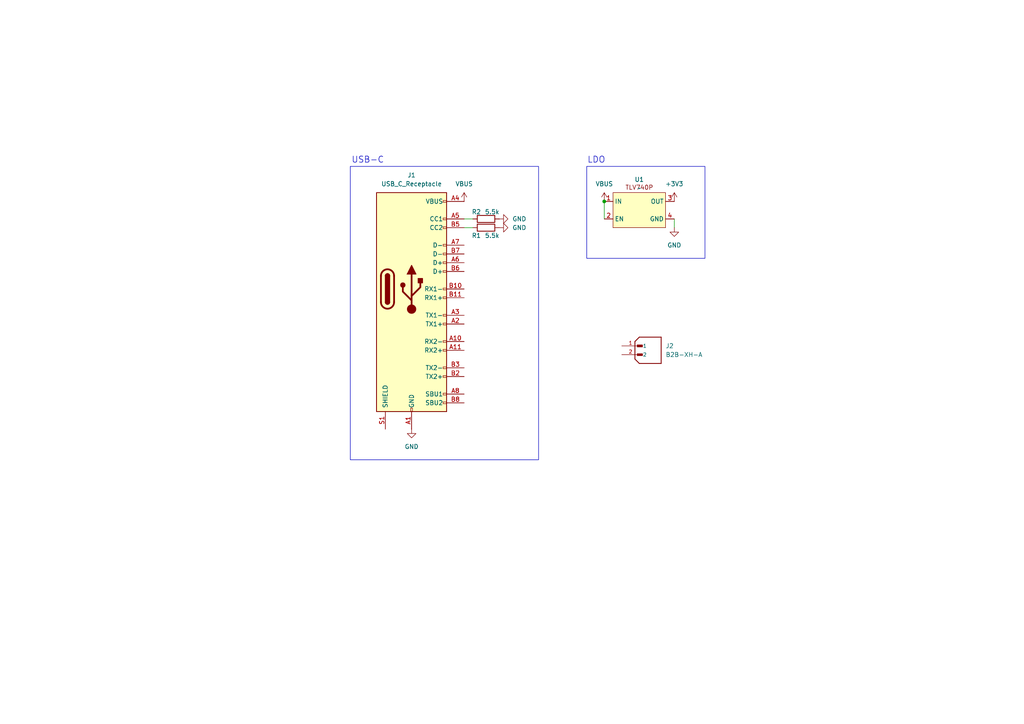
<source format=kicad_sch>
(kicad_sch (version 20250114) (generator "eeschema") (generator_version "9.0")
  (paper "A4")
  (lib_symbols
    (symbol "B2B-XH-A:B2B-XH-A" (pin_names (offset 1.016))
      (property "Reference" "J" (at -2.54 6.35 0))
      (property "Value" "B2B-XH-A" (at -2.54 -5.08 0))
      (symbol "B2B-XH-A_0_0"
        (polyline (pts (xy -3.81 3.81) (xy -3.81 -1.27)) (stroke (width 0.254)))
        (polyline (pts (xy -3.81 3.81) (xy -2.54 5.08)) (stroke (width 0.254)))
        (polyline (pts (xy -3.81 -1.27) (xy -2.54 -2.54)) (stroke (width 0.254)))
        (rectangle (start -3.175 2.2225) (end -1.5875 2.8575) (stroke (width 0.1)) (fill (type outline)))
        (rectangle (start -3.175 -0.3175) (end -1.5875 0.3175) (stroke (width 0.1)) (fill (type outline)))
        (polyline (pts (xy -2.54 -2.54) (xy 3.81 -2.54)) (stroke (width 0.254)))
        (polyline (pts (xy 3.81 5.08) (xy -2.54 5.08)) (stroke (width 0.254)))
        (polyline (pts (xy 3.81 -2.54) (xy 3.81 5.08)) (stroke (width 0.254)))
        (pin passive line (at -7.62 2.54 0) (length 5.08) (name "1") (number "1"))
        (pin passive line (at -7.62 0 0) (length 5.08) (name "2") (number "2"))
      )
    )
    (symbol "Connector:USB_C_Receptacle" (pin_names (offset 1.016))
      (property "Reference" "J" (at -10.16 29.21 0))
      (property "Value" "USB_C_Receptacle" (at 10.16 29.21 0))
      (symbol "USB_C_Receptacle_0_0"
        (rectangle (start -0.254 -35.56) (end 0.254 -34.544))
        (rectangle (start 10.16 25.654) (end 9.144 25.146))
        (rectangle (start 10.16 20.574) (end 9.144 20.066))
        (rectangle (start 10.16 18.034) (end 9.144 17.526))
        (rectangle (start 10.16 12.954) (end 9.144 12.446))
        (rectangle (start 10.16 10.414) (end 9.144 9.906))
        (rectangle (start 10.16 7.874) (end 9.144 7.366))
        (rectangle (start 10.16 5.334) (end 9.144 4.826))
        (rectangle (start 10.16 0.254) (end 9.144 -0.254))
        (rectangle (start 10.16 -2.286) (end 9.144 -2.794))
        (rectangle (start 10.16 -7.366) (end 9.144 -7.874))
        (rectangle (start 10.16 -9.906) (end 9.144 -10.414))
        (rectangle (start 10.16 -14.986) (end 9.144 -15.494))
        (rectangle (start 10.16 -17.526) (end 9.144 -18.034))
        (rectangle (start 10.16 -22.606) (end 9.144 -23.114))
        (rectangle (start 10.16 -25.146) (end 9.144 -25.654))
        (rectangle (start 10.16 -30.226) (end 9.144 -30.734))
        (rectangle (start 10.16 -32.766) (end 9.144 -33.274))
      )
      (symbol "USB_C_Receptacle_0_1"
        (rectangle (start -10.16 27.94) (end 10.16 -35.56) (stroke (width 0.254)) (fill (type background)))
        (polyline (pts (xy -8.89 -3.81) (xy -8.89 3.81)) (stroke (width 0.508)))
        (rectangle (start -7.62 -3.81) (end -6.35 3.81) (stroke (width 0.254)) (fill (type outline)))
        (arc (start -7.62 3.81) (mid -6.985 4.4423) (end -6.35 3.81) (stroke (width 0.254)))
        (arc (start -7.62 3.81) (mid -6.985 4.4423) (end -6.35 3.81) (stroke (width 0.254)) (fill (type outline)))
        (arc (start -8.89 3.81) (mid -6.985 5.7067) (end -5.08 3.81) (stroke (width 0.508)))
        (arc (start -5.08 -3.81) (mid -6.985 -5.7067) (end -8.89 -3.81) (stroke (width 0.508)))
        (arc (start -6.35 -3.81) (mid -6.985 -4.4423) (end -7.62 -3.81) (stroke (width 0.254)))
        (arc (start -6.35 -3.81) (mid -6.985 -4.4423) (end -7.62 -3.81) (stroke (width 0.254)) (fill (type outline)))
        (polyline (pts (xy -5.08 3.81) (xy -5.08 -3.81)) (stroke (width 0.508)))
      )
      (symbol "USB_C_Receptacle_1_1"
        (circle (center -2.54 1.143) (radius 0.635) (stroke (width 0.254)) (fill (type outline)))
        (polyline (pts (xy -1.27 4.318) (xy 0 6.858) (xy 1.27 4.318) (xy -1.27 4.318)) (stroke (width 0.254)) (fill (type outline)))
        (polyline (pts (xy 0 -2.032) (xy 2.54 0.508) (xy 2.54 1.778)) (stroke (width 0.508)))
        (polyline (pts (xy 0 -3.302) (xy -2.54 -0.762) (xy -2.54 0.508)) (stroke (width 0.508)))
        (polyline (pts (xy 0 -5.842) (xy 0 4.318)) (stroke (width 0.508)))
        (circle (center 0 -5.842) (radius 1.27) (fill (type outline)))
        (rectangle (start 1.905 1.778) (end 3.175 3.048) (stroke (width 0.254)) (fill (type outline)))
        (pin passive line (at -7.62 -40.64 90) (length 5.08) (name "SHIELD") (number "S1"))
        (pin passive line (at 0 -40.64 90) (length 5.08) (name "GND") (number "A1"))
        (pin passive line (at 0 -40.64 90) (length 5.08) (hide yes) (name "GND") (number "A12"))
        (pin passive line (at 0 -40.64 90) (length 5.08) (hide yes) (name "GND") (number "B1"))
        (pin passive line (at 0 -40.64 90) (length 5.08) (hide yes) (name "GND") (number "B12"))
        (pin passive line (at 15.24 25.4 180) (length 5.08) (name "VBUS") (number "A4"))
        (pin passive line (at 15.24 25.4 180) (length 5.08) (hide yes) (name "VBUS") (number "A9"))
        (pin passive line (at 15.24 25.4 180) (length 5.08) (hide yes) (name "VBUS") (number "B4"))
        (pin passive line (at 15.24 25.4 180) (length 5.08) (hide yes) (name "VBUS") (number "B9"))
        (pin bidirectional line (at 15.24 20.32 180) (length 5.08) (name "CC1") (number "A5"))
        (pin bidirectional line (at 15.24 17.78 180) (length 5.08) (name "CC2") (number "B5"))
        (pin bidirectional line (at 15.24 12.7 180) (length 5.08) (name "D-") (number "A7"))
        (pin bidirectional line (at 15.24 10.16 180) (length 5.08) (name "D-") (number "B7"))
        (pin bidirectional line (at 15.24 7.62 180) (length 5.08) (name "D+") (number "A6"))
        (pin bidirectional line (at 15.24 5.08 180) (length 5.08) (name "D+") (number "B6"))
        (pin bidirectional line (at 15.24 0 180) (length 5.08) (name "RX1-") (number "B10"))
        (pin bidirectional line (at 15.24 -2.54 180) (length 5.08) (name "RX1+") (number "B11"))
        (pin bidirectional line (at 15.24 -7.62 180) (length 5.08) (name "TX1-") (number "A3"))
        (pin bidirectional line (at 15.24 -10.16 180) (length 5.08) (name "TX1+") (number "A2"))
        (pin bidirectional line (at 15.24 -15.24 180) (length 5.08) (name "RX2-") (number "A10"))
        (pin bidirectional line (at 15.24 -17.78 180) (length 5.08) (name "RX2+") (number "A11"))
        (pin bidirectional line (at 15.24 -22.86 180) (length 5.08) (name "TX2-") (number "B3"))
        (pin bidirectional line (at 15.24 -25.4 180) (length 5.08) (name "TX2+") (number "B2"))
        (pin bidirectional line (at 15.24 -30.48 180) (length 5.08) (name "SBU1") (number "A8"))
        (pin bidirectional line (at 15.24 -33.02 180) (length 5.08) (name "SBU2") (number "B8"))
      )
    )
    (symbol "Device:R" (pin_numbers (hide yes)) (pin_names (offset 0))
      (property "Reference" "R" (at 2.032 0 90))
      (property "Value" "R" (at 0 0 90))
      (symbol "R_0_1"
        (rectangle (start -1.016 -2.54) (end 1.016 2.54) (stroke (width 0.254)))
      )
      (symbol "R_1_1"
        (pin passive line (at 0 3.81 270) (length 1.27) (name "~") (number "1"))
        (pin passive line (at 0 -3.81 90) (length 1.27) (name "~") (number "2"))
      )
    )
    (symbol "Power_LDO_TexasInstruments:TLV740P"
      (property "Reference" "U1" (at 0 10.16 0))
      (property "Value" "~" (at 0 7.62 0))
      (symbol "TLV740P_1_1"
        (rectangle (start -7.62 6.35) (end 7.62 -3.81) (fill (type background)))
        (text "TLV740P" (at 0 7.874 0) (effects (font (size 1.27 1.27))))
        (pin power_in line (at -10.16 3.81 0) (length 2.54) (name "IN") (number "1"))
        (pin input line (at -10.16 -1.27 0) (length 2.54) (name "EN") (number "2"))
        (pin power_out line (at 10.16 3.81 180) (length 2.54) (name "OUT") (number "3"))
        (pin power_in line (at 10.16 -1.27 180) (length 2.54) (name "GND") (number "4"))
      )
    )
    (symbol "power:+3V3" (power) (pin_numbers (hide yes)) (pin_names (offset 0) (hide yes))
      (property "Value" "+3V3" (at 0 3.556 0))
      (symbol "+3V3_0_1"
        (polyline (pts (xy -0.762 1.27) (xy 0 2.54)))
        (polyline (pts (xy 0 2.54) (xy 0.762 1.27)))
        (polyline (pts (xy 0 0) (xy 0 2.54)))
      )
      (symbol "+3V3_1_1"
        (pin power_in line (at 0 0 90) (length 0) (name "~") (number "1"))
      )
    )
    (symbol "power:GND" (power) (pin_numbers (hide yes)) (pin_names (offset 0) (hide yes))
      (property "Value" "GND" (at 0 -3.81 0))
      (symbol "GND_0_1"
        (polyline (pts (xy 0 0) (xy 0 -1.27) (xy 1.27 -1.27) (xy 0 -2.54) (xy -1.27 -1.27) (xy 0 -1.27)))
      )
      (symbol "GND_1_1"
        (pin power_in line (at 0 0 270) (length 0) (name "~") (number "1"))
      )
    )
    (symbol "power:VBUS" (power) (pin_numbers (hide yes)) (pin_names (offset 0) (hide yes))
      (property "Value" "VBUS" (at 0 3.556 0))
      (symbol "VBUS_0_1"
        (polyline (pts (xy -0.762 1.27) (xy 0 2.54)))
        (polyline (pts (xy 0 2.54) (xy 0.762 1.27)))
        (polyline (pts (xy 0 0) (xy 0 2.54)))
      )
      (symbol "VBUS_1_1"
        (pin power_in line (at 0 0 90) (length 0) (name "~") (number "1"))
      )
    )
  )
  (rectangle (start 101.6 48.26) (end 156.21 133.35))
  (rectangle (start 170.18 48.26) (end 204.47 74.93))
  (text "USB-C" (at 106.68 46.482 0) (effects (font (size 1.778 1.778))))
  (text "LDO" (at 172.974 46.482 0) (effects (font (size 1.778 1.778))))
  (junction (at 175.26 58.42))
  (wire (pts (xy 175.26 58.42) (xy 175.26 63.5)))
  (wire (pts (xy 134.62 66.04) (xy 137.16 66.04)))
  (wire (pts (xy 137.16 63.5) (xy 134.62 63.5)))
  (wire (pts (xy 195.58 63.5) (xy 195.58 66.04)))
  (symbol (lib_id "Power_LDO_TexasInstruments:TLV740P") (at 185.42 62.23 0) (unit 1)
    (property "Reference" "U1" (at 185.42 52.07 0))
    (property "Value" "~" (at 185.42 54.61 0))
  )
  (symbol (lib_id "Device:R") (at 140.97 63.5 90) (unit 1)
    (property "Reference" "R2" (at 138.176 61.468 90))
    (property "Value" "5.5k" (at 142.748 61.468 90))
    (property "Description" "Resistor" (effects (hide yes)))
  )
  (symbol (lib_id "power:GND") (at 119.38 124.46 0) (unit 1)
    (property "Reference" "#PWR01" (effects (hide yes)))
    (property "Value" "GND" (at 119.38 129.54 0))
    (property "Description" "Power symbol creates a global label with name \"GND\" , ground" (effects (hide yes)))
  )
  (symbol (lib_id "Connector:USB_C_Receptacle") (at 119.38 83.82 0) (unit 1)
    (property "Reference" "J1" (at 119.38 50.8 0))
    (property "Value" "USB_C_Receptacle" (at 119.38 53.34 0))
    (property "Datasheet" "https://www.usb.org/sites/default/files/documents/usb_type-c.zip" (effects (hide yes)))
    (property "Description" "USB Full-Featured Type-C Receptacle connector" (effects (hide yes)))
  )
  (symbol (lib_id "B2B-XH-A:B2B-XH-A") (at 187.96 102.87 0) (unit 1)
    (property "Reference" "J2" (at 193.04 100.3299 0) (effects (justify left)))
    (property "Value" "B2B-XH-A" (at 193.04 102.8699 0) (effects (justify left)))
    (property "Footprint" "B2B-XH-A:JST_B2B-XH-A" (effects (hide yes)))
    (property "MF" "JST Sales" (effects (hide yes)))
    (property "MAXIMUM_PACKAGE_HEIGHT" "7 mm" (effects (hide yes)))
    (property "Package" "None" (effects (hide yes)))
    (property "Price" "None" (effects (hide yes)))
    (property "Check_prices" "https://www.snapeda.com/parts/B2B-XH-A/JST/view-part/?ref=eda" (effects (hide yes)))
    (property "STANDARD" "Manufacturer Recommendations" (effects (hide yes)))
    (property "PARTREV" "N/A" (effects (hide yes)))
    (property "SnapEDA_Link" "https://www.snapeda.com/parts/B2B-XH-A/JST/view-part/?ref=snap" (effects (hide yes)))
    (property "MP" "B2B-XH-A" (effects (hide yes)))
    (property "Description_1" "Connector Header Through Hole 2 position 0.098 (2.50mm)" (effects (hide yes)))
    (property "Availability" "In Stock" (effects (hide yes)))
    (property "MANUFACTURER" "JST Sales America Inc." (effects (hide yes)))
  )
  (symbol (lib_id "power:GND") (at 144.78 63.5 90) (unit 1)
    (property "Reference" "#PWR07" (effects (hide yes)))
    (property "Value" "GND" (at 148.59 63.4999 90) (effects (justify right)))
    (property "Description" "Power symbol creates a global label with name \"GND\" , ground" (effects (hide yes)))
  )
  (symbol (lib_id "power:GND") (at 144.78 66.04 90) (unit 1)
    (property "Reference" "#PWR06" (effects (hide yes)))
    (property "Value" "GND" (at 148.59 66.0399 90) (effects (justify right)))
    (property "Description" "Power symbol creates a global label with name \"GND\" , ground" (effects (hide yes)))
  )
  (symbol (lib_id "power:GND") (at 195.58 66.04 0) (unit 1)
    (property "Reference" "#PWR02" (effects (hide yes)))
    (property "Value" "GND" (at 195.58 71.12 0))
    (property "Description" "Power symbol creates a global label with name \"GND\" , ground" (effects (hide yes)))
  )
  (symbol (lib_id "Device:R") (at 140.97 66.04 90) (unit 1)
    (property "Reference" "R1" (at 138.176 68.326 90))
    (property "Value" "5.5k" (at 142.748 68.326 90))
    (property "Description" "Resistor" (effects (hide yes)))
  )
  (symbol (lib_id "power:VBUS") (at 175.26 58.42 0) (unit 1)
    (property "Reference" "#PWR04" (effects (hide yes)))
    (property "Value" "VBUS" (at 175.26 53.34 0))
    (property "Description" "Power symbol creates a global label with name \"VBUS\"" (effects (hide yes)))
  )
  (symbol (lib_id "power:+3V3") (at 195.58 58.42 0) (unit 1)
    (property "Reference" "#PWR03" (effects (hide yes)))
    (property "Value" "+3V3" (at 195.58 53.34 0))
    (property "Description" "Power symbol creates a global label with name \"+3V3\"" (effects (hide yes)))
  )
  (symbol (lib_id "power:VBUS") (at 134.62 58.42 0) (unit 1)
    (property "Reference" "#PWR05" (effects (hide yes)))
    (property "Value" "VBUS" (at 134.62 53.34 0))
    (property "Description" "Power symbol creates a global label with name \"VBUS\"" (effects (hide yes)))
  )
)
</source>
